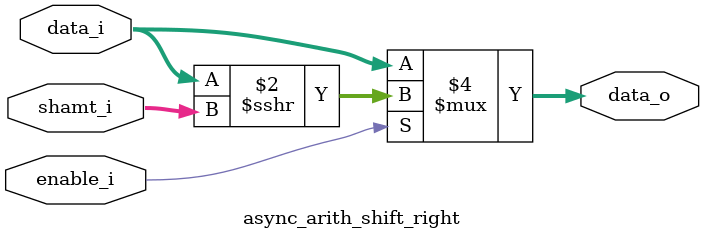
<source format=sv>
module async_arith_shift_right (
    input      [15:0] data_i,
    input      [3:0]  shamt_i,
    input             enable_i,
    output reg [15:0] data_o
);
    // Combinational implementation with enable control
    always @(*) begin
        if (enable_i)
            // Arithmetic right shift preserves sign bit
            data_o = $signed(data_i) >>> shamt_i;
        else
            data_o = data_i; // Pass through when disabled
    end
    
    // Sign extension ensures MSB is replicated during right shift
    // This maintains the sign of the original number
endmodule
</source>
